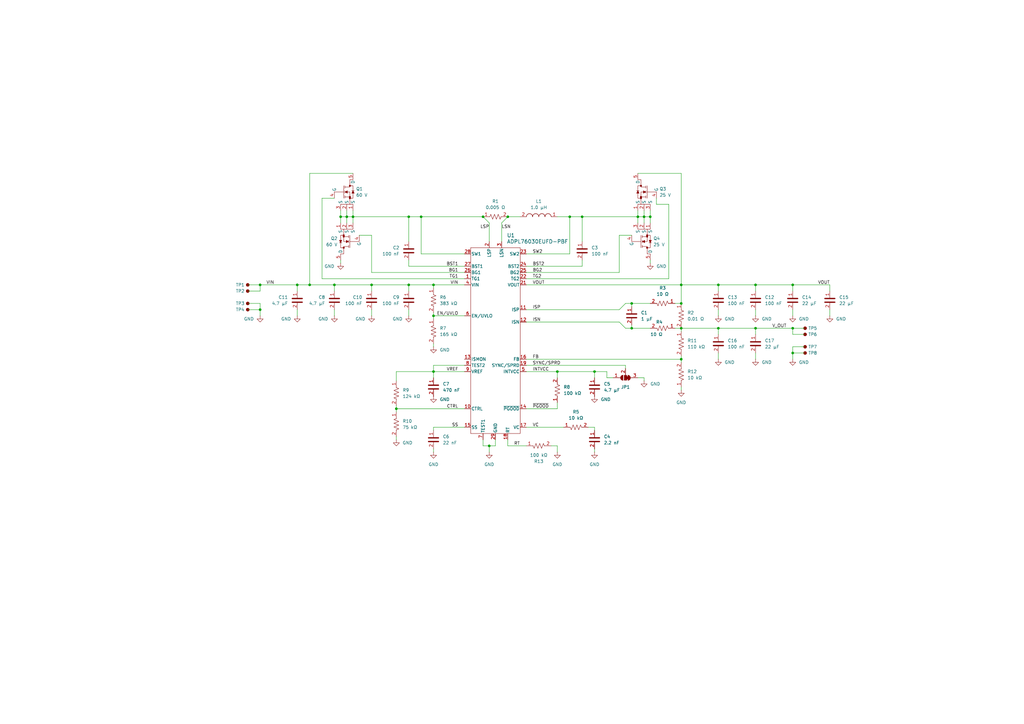
<source format=kicad_sch>
(kicad_sch (version 20250114) (generator "eeschema") (generator_version "9.0")
  (paper "A3")
  (junction (at 238.76 88.9))
  (junction (at 279.4 124.46))
  (junction (at 259.08 134.62))
  (junction (at 294.64 134.62))
  (junction (at 106.68 116.84))
  (junction (at 127 116.84))
  (junction (at 264.16 88.9))
  (junction (at 177.8 152.4))
  (junction (at 233.68 88.9))
  (junction (at 309.88 134.62))
  (junction (at 279.4 147.32))
  (junction (at 177.8 129.54))
  (junction (at 200.66 182.88))
  (junction (at 139.7 88.9))
  (junction (at 261.62 88.9))
  (junction (at 106.68 127))
  (junction (at 152.4 116.84))
  (junction (at 198.12 88.9))
  (junction (at 228.6 152.4))
  (junction (at 279.4 134.62))
  (junction (at 266.7 88.9))
  (junction (at 167.64 116.84))
  (junction (at 142.24 88.9))
  (junction (at 167.64 88.9))
  (junction (at 325.12 144.78))
  (junction (at 121.92 116.84))
  (junction (at 243.84 152.4))
  (junction (at 325.12 116.84))
  (junction (at 137.16 116.84))
  (junction (at 162.56 167.64))
  (junction (at 294.64 116.84))
  (junction (at 259.08 124.46))
  (junction (at 325.12 134.62))
  (junction (at 177.8 116.84))
  (junction (at 172.72 88.9))
  (junction (at 144.78 88.9))
  (junction (at 208.28 88.9))
  (junction (at 279.4 116.84))
  (junction (at 309.88 116.84))
  (wire (pts (xy 261.62 86.36) (xy 261.62 88.9)))
  (wire (pts (xy 325.12 142.24) (xy 325.12 144.78)))
  (wire (pts (xy 233.68 88.9) (xy 233.68 104.14)))
  (wire (pts (xy 233.68 88.9) (xy 238.76 88.9)))
  (wire (pts (xy 340.36 127) (xy 340.36 129.54)))
  (wire (pts (xy 238.76 88.9) (xy 261.62 88.9)))
  (wire (pts (xy 190.5 149.86) (xy 177.8 149.86)))
  (wire (pts (xy 251.46 154.94) (xy 248.92 154.94)))
  (wire (pts (xy 121.92 116.84) (xy 127 116.84)))
  (wire (pts (xy 177.8 184.15) (xy 177.8 185.42)))
  (wire (pts (xy 215.9 104.14) (xy 233.68 104.14)))
  (wire (pts (xy 200.66 99.06) (xy 200.66 91.44)))
  (wire (pts (xy 167.64 109.22) (xy 167.64 106.68)))
  (wire (pts (xy 152.4 96.52) (xy 147.32 96.52)))
  (wire (pts (xy 137.16 127) (xy 137.16 129.54)))
  (wire (pts (xy 177.8 116.84) (xy 190.5 116.84)))
  (wire (pts (xy 172.72 104.14) (xy 190.5 104.14)))
  (wire (pts (xy 279.4 116.84) (xy 279.4 124.46)))
  (wire (pts (xy 162.56 168.91) (xy 162.56 167.64)))
  (wire (pts (xy 127 116.84) (xy 137.16 116.84)))
  (wire (pts (xy 167.64 88.9) (xy 172.72 88.9)))
  (wire (pts (xy 259.08 124.46) (xy 259.08 125.73)))
  (wire (pts (xy 259.08 96.52) (xy 254 96.52)))
  (wire (pts (xy 106.68 116.84) (xy 121.92 116.84)))
  (wire (pts (xy 215.9 116.84) (xy 279.4 116.84)))
  (wire (pts (xy 274.32 83.82) (xy 274.32 114.3)))
  (wire (pts (xy 294.64 137.16) (xy 294.64 134.62)))
  (wire (pts (xy 106.68 116.84) (xy 106.68 119.38)))
  (wire (pts (xy 215.9 114.3) (xy 274.32 114.3)))
  (wire (pts (xy 264.16 88.9) (xy 264.16 91.44)))
  (wire (pts (xy 167.64 109.22) (xy 190.5 109.22)))
  (wire (pts (xy 243.84 175.26) (xy 241.3 175.26)))
  (wire (pts (xy 162.56 179.07) (xy 162.56 180.34)))
  (wire (pts (xy 261.62 91.44) (xy 261.62 88.9)))
  (wire (pts (xy 121.92 127) (xy 121.92 129.54)))
  (wire (pts (xy 243.84 175.26) (xy 243.84 176.53)))
  (wire (pts (xy 215.9 149.86) (xy 256.54 149.86)))
  (wire (pts (xy 137.16 116.84) (xy 152.4 116.84)))
  (wire (pts (xy 259.08 134.62) (xy 266.7 134.62)))
  (wire (pts (xy 279.4 71.12) (xy 279.4 116.84)))
  (wire (pts (xy 200.66 182.88) (xy 200.66 185.42)))
  (wire (pts (xy 172.72 88.9) (xy 172.72 104.14)))
  (wire (pts (xy 177.8 154.94) (xy 177.8 152.4)))
  (wire (pts (xy 215.9 111.76) (xy 254 111.76)))
  (wire (pts (xy 142.24 86.36) (xy 142.24 88.9)))
  (wire (pts (xy 162.56 167.64) (xy 190.5 167.64)))
  (wire (pts (xy 259.08 124.46) (xy 266.7 124.46)))
  (wire (pts (xy 177.8 149.86) (xy 177.8 152.4)))
  (wire (pts (xy 152.4 116.84) (xy 167.64 116.84)))
  (wire (pts (xy 213.36 88.9) (xy 208.28 88.9)))
  (wire (pts (xy 228.6 165.1) (xy 228.6 167.64)))
  (wire (pts (xy 330.2 142.24) (xy 325.12 142.24)))
  (wire (pts (xy 294.64 134.62) (xy 309.88 134.62)))
  (wire (pts (xy 167.64 88.9) (xy 167.64 99.06)))
  (wire (pts (xy 101.6 124.46) (xy 106.68 124.46)))
  (wire (pts (xy 279.4 147.32) (xy 215.9 147.32)))
  (wire (pts (xy 238.76 109.22) (xy 238.76 106.68)))
  (wire (pts (xy 266.7 86.36) (xy 266.7 88.9)))
  (wire (pts (xy 309.88 134.62) (xy 325.12 134.62)))
  (wire (pts (xy 261.62 88.9) (xy 264.16 88.9)))
  (wire (pts (xy 177.8 175.26) (xy 177.8 176.53)))
  (wire (pts (xy 325.12 116.84) (xy 340.36 116.84)))
  (wire (pts (xy 101.6 119.38) (xy 106.68 119.38)))
  (wire (pts (xy 200.66 182.88) (xy 203.2 182.88)))
  (wire (pts (xy 243.84 152.4) (xy 248.92 152.4)))
  (wire (pts (xy 256.54 124.46) (xy 259.08 124.46)))
  (wire (pts (xy 309.88 144.78) (xy 309.88 147.32)))
  (wire (pts (xy 279.4 158.75) (xy 279.4 160.02)))
  (wire (pts (xy 261.62 71.12) (xy 279.4 71.12)))
  (wire (pts (xy 127 71.12) (xy 144.78 71.12)))
  (wire (pts (xy 330.2 137.16) (xy 325.12 137.16)))
  (wire (pts (xy 256.54 151.13) (xy 256.54 149.86)))
  (wire (pts (xy 132.08 81.28) (xy 132.08 114.3)))
  (wire (pts (xy 167.64 127) (xy 167.64 129.54)))
  (wire (pts (xy 177.8 128.27) (xy 177.8 129.54)))
  (wire (pts (xy 177.8 152.4) (xy 190.5 152.4)))
  (wire (pts (xy 106.68 127) (xy 101.6 127)))
  (wire (pts (xy 177.8 116.84) (xy 177.8 118.11)))
  (wire (pts (xy 177.8 129.54) (xy 190.5 129.54)))
  (wire (pts (xy 228.6 182.88) (xy 226.06 182.88)))
  (wire (pts (xy 243.84 184.15) (xy 243.84 185.42)))
  (wire (pts (xy 309.88 119.38) (xy 309.88 116.84)))
  (wire (pts (xy 228.6 88.9) (xy 233.68 88.9)))
  (wire (pts (xy 127 71.12) (xy 127 116.84)))
  (wire (pts (xy 276.86 124.46) (xy 279.4 124.46)))
  (wire (pts (xy 200.66 91.44) (xy 198.12 88.9)))
  (wire (pts (xy 172.72 88.9) (xy 198.12 88.9)))
  (wire (pts (xy 144.78 88.9) (xy 167.64 88.9)))
  (wire (pts (xy 264.16 156.21) (xy 264.16 154.94)))
  (wire (pts (xy 266.7 106.68) (xy 266.7 107.95)))
  (wire (pts (xy 215.9 167.64) (xy 228.6 167.64)))
  (wire (pts (xy 340.36 116.84) (xy 340.36 119.38)))
  (wire (pts (xy 269.24 83.82) (xy 274.32 83.82)))
  (wire (pts (xy 132.08 81.28) (xy 137.16 81.28)))
  (wire (pts (xy 106.68 124.46) (xy 106.68 127)))
  (wire (pts (xy 243.84 154.94) (xy 243.84 152.4)))
  (wire (pts (xy 177.8 129.54) (xy 177.8 130.81)))
  (wire (pts (xy 142.24 88.9) (xy 144.78 88.9)))
  (wire (pts (xy 215.9 127) (xy 254 127)))
  (wire (pts (xy 228.6 152.4) (xy 243.84 152.4)))
  (wire (pts (xy 325.12 147.32) (xy 325.12 144.78)))
  (wire (pts (xy 162.56 152.4) (xy 177.8 152.4)))
  (wire (pts (xy 279.4 147.32) (xy 279.4 148.59)))
  (wire (pts (xy 330.2 134.62) (xy 325.12 134.62)))
  (wire (pts (xy 325.12 144.78) (xy 330.2 144.78)))
  (wire (pts (xy 294.64 127) (xy 294.64 129.54)))
  (wire (pts (xy 121.92 119.38) (xy 121.92 116.84)))
  (wire (pts (xy 144.78 86.36) (xy 144.78 88.9)))
  (wire (pts (xy 228.6 152.4) (xy 228.6 154.94)))
  (wire (pts (xy 152.4 116.84) (xy 152.4 119.38)))
  (wire (pts (xy 162.56 166.37) (xy 162.56 167.64)))
  (wire (pts (xy 139.7 88.9) (xy 139.7 91.44)))
  (wire (pts (xy 139.7 106.68) (xy 139.7 107.95)))
  (wire (pts (xy 198.12 182.88) (xy 200.66 182.88)))
  (wire (pts (xy 294.64 144.78) (xy 294.64 147.32)))
  (wire (pts (xy 101.6 116.84) (xy 106.68 116.84)))
  (wire (pts (xy 203.2 180.34) (xy 203.2 182.88)))
  (wire (pts (xy 139.7 86.36) (xy 139.7 88.9)))
  (wire (pts (xy 259.08 133.35) (xy 259.08 134.62)))
  (wire (pts (xy 228.6 182.88) (xy 228.6 185.42)))
  (wire (pts (xy 325.12 116.84) (xy 325.12 119.38)))
  (wire (pts (xy 215.9 132.08) (xy 254 132.08)))
  (wire (pts (xy 254 96.52) (xy 254 111.76)))
  (wire (pts (xy 309.88 116.84) (xy 325.12 116.84)))
  (wire (pts (xy 309.88 134.62) (xy 309.88 137.16)))
  (wire (pts (xy 215.9 175.26) (xy 231.14 175.26)))
  (wire (pts (xy 142.24 88.9) (xy 142.24 91.44)))
  (wire (pts (xy 167.64 116.84) (xy 177.8 116.84)))
  (wire (pts (xy 106.68 129.54) (xy 106.68 127)))
  (wire (pts (xy 325.12 127) (xy 325.12 129.54)))
  (wire (pts (xy 137.16 116.84) (xy 137.16 119.38)))
  (wire (pts (xy 152.4 111.76) (xy 190.5 111.76)))
  (wire (pts (xy 139.7 88.9) (xy 142.24 88.9)))
  (wire (pts (xy 276.86 134.62) (xy 279.4 134.62)))
  (wire (pts (xy 294.64 116.84) (xy 309.88 116.84)))
  (wire (pts (xy 269.24 81.28) (xy 269.24 83.82)))
  (wire (pts (xy 215.9 182.88) (xy 208.28 182.88)))
  (wire (pts (xy 205.74 99.06) (xy 205.74 91.44)))
  (wire (pts (xy 266.7 91.44) (xy 266.7 88.9)))
  (wire (pts (xy 177.8 175.26) (xy 190.5 175.26)))
  (wire (pts (xy 294.64 116.84) (xy 294.64 119.38)))
  (wire (pts (xy 279.4 134.62) (xy 294.64 134.62)))
  (wire (pts (xy 266.7 88.9) (xy 264.16 88.9)))
  (wire (pts (xy 144.78 88.9) (xy 144.78 91.44)))
  (wire (pts (xy 248.92 154.94) (xy 248.92 152.4)))
  (wire (pts (xy 279.4 134.62) (xy 279.4 135.89)))
  (wire (pts (xy 152.4 127) (xy 152.4 129.54)))
  (wire (pts (xy 238.76 88.9) (xy 238.76 99.06)))
  (wire (pts (xy 256.54 134.62) (xy 259.08 134.62)))
  (wire (pts (xy 254 127) (xy 256.54 124.46)))
  (wire (pts (xy 177.8 140.97) (xy 177.8 142.24)))
  (wire (pts (xy 325.12 134.62) (xy 325.12 137.16)))
  (wire (pts (xy 198.12 180.34) (xy 198.12 182.88)))
  (wire (pts (xy 264.16 86.36) (xy 264.16 88.9)))
  (wire (pts (xy 309.88 127) (xy 309.88 129.54)))
  (wire (pts (xy 167.64 116.84) (xy 167.64 119.38)))
  (wire (pts (xy 279.4 116.84) (xy 294.64 116.84)))
  (wire (pts (xy 215.9 109.22) (xy 238.76 109.22)))
  (wire (pts (xy 205.74 91.44) (xy 208.28 88.9)))
  (wire (pts (xy 279.4 146.05) (xy 279.4 147.32)))
  (wire (pts (xy 132.08 114.3) (xy 190.5 114.3)))
  (wire (pts (xy 264.16 154.94) (xy 261.62 154.94)))
  (wire (pts (xy 215.9 152.4) (xy 228.6 152.4)))
  (wire (pts (xy 254 132.08) (xy 256.54 134.62)))
  (wire (pts (xy 152.4 96.52) (xy 152.4 111.76)))
  (wire (pts (xy 208.28 180.34) (xy 208.28 182.88)))
  (wire (pts (xy 162.56 152.4) (xy 162.56 156.21)))
  (label "VIN" (at 187.96 116.84 180))
  (label "BST1" (at 187.96 109.22 180))
  (label "~{PGOOD}" (at 218.44 167.64 0))
  (label "VOUT" (at 340.36 116.84 180))
  (label "CTRL" (at 187.96 167.64 180))
  (label "SYNC{slash}SPRD" (at 218.44 149.86 0))
  (label "VIN" (at 109.22 116.84 0))
  (label "LSP" (at 200.66 93.98 180))
  (label "LSN" (at 205.74 93.98 0))
  (label "VREF" (at 187.96 152.4 180))
  (label "RT" (at 210.82 182.88 0))
  (label "VOUT" (at 218.44 116.84 0))
  (label "INTVCC" (at 218.44 152.4 0))
  (label "V_OUT" (at 322.58 134.62 180))
  (label "SS" (at 187.96 175.26 180))
  (label "BG2" (at 218.44 111.76 0))
  (label "BST2" (at 218.44 109.22 0))
  (label "FB" (at 218.44 147.32 0))
  (label "EN{slash}UVLO" (at 187.96 129.54 180))
  (label "TG1" (at 187.96 114.3 180))
  (label "SW2" (at 218.44 104.14 0))
  (label "ISN" (at 218.44 132.08 0))
  (label "ISP" (at 218.44 127 0))
  (label "VC" (at 218.44 175.26 0))
  (label "BG1" (at 187.96 111.76 180))
  (label "TG2" (at 218.44 114.3 0))
  (symbol (lib_id "TRANSISTORS_BSZ031NE2LS5ATMA1_DATA_BASE:Q_BSZ031NE2LS5ATMA1") (at 265.43 99.06 270) (mirror x) (unit 1)
    (property "Reference" "Q4" (at 267.97 97.7899 90) (effects (justify left)))
    (property "Value" "25 V" (at 267.97 100.3299 90) (effects (justify left)))
    (property "Footprint" "transistor_footprints:TSDSON-8FL" (effects (hide yes)))
    (property "Datasheet" "https://www.infineon.com/assets/row/public/documents/24/49/infineon-bsz031ne2ls5-datasheet-en.pdf?fileId=5546d4624eeb2bc7014f17a9bb6a75fa" (effects (hide yes)))
    (property "Description" "Transistor 25 V" (effects (hide yes)))
    (property "Collector Current (A)" "-" (effects (hide yes)))
    (property "Drain Current (A)" "80.0" (effects (hide yes)))
    (property "MPN" "BSZ031NE2LS5ATMA1" (effects (hide yes)))
    (property "Manufacturer" "Infineon Technologies" (effects (hide yes)))
    (property "Series" "BSZ031NE2LS5ATMA1" (effects (hide yes)))
    (property "Symbol Name" "Q_BSZ031NE2LS5ATMA1" (effects (hide yes)))
    (property "Transistor Type" "N-Channel" (effects (hide yes)))
    (property "Trustedparts Search" "https://www.trustedparts.com/en/search/BSZ031NE2LS5ATMA1" (effects (hide yes)))
  )
  (symbol (lib_id "RESISTORS_ERJ-2RKF_DATA_BASE:R_ERJ-2RKF1103X") (at 279.4 140.97 270) (unit 1)
    (property "Reference" "R11" (at 281.94 139.6999 90) (effects (justify left)))
    (property "Value" "110 kΩ" (at 281.94 142.2399 90) (effects (justify left)))
    (property "Footprint" "resistor_footprints:R_0402_1005Metric" (effects (hide yes)))
    (property "Datasheet" "https://industrial.panasonic.com/cdbs/www-data/pdf/RDA0000/AOA0000C304.pdf" (effects (hide yes)))
    (property "Description" "RES SMD 110 kΩ 1% 0402 50V" (effects (hide yes)))
    (property "Case Code - in" "0402" (effects (hide yes)))
    (property "Case Code - mm" "1005" (effects (hide yes)))
    (property "Component Type" "Resistor" (effects (hide yes)))
    (property "MPN" "ERJ-2RKF1103X" (effects (hide yes)))
    (property "Manufacturer" "Panasonic" (effects (hide yes)))
    (property "Series" "ERJ-2RKF" (effects (hide yes)))
    (property "Symbol Name" "R_ERJ-2RKF1103X" (effects (hide yes)))
    (property "Temperature Coefficient" "100 ppm/°C" (effects (hide yes)))
    (property "Tolerance" "1%" (effects (hide yes)))
    (property "Trustedparts Search" "https://www.trustedparts.com/en/search/ERJ-2RKF1103X" (effects (hide yes)))
    (property "Voltage Rating" "50V" (effects (hide yes)))
  )
  (symbol (lib_id "CAPACITORS_GCM155R71H_DATA_BASE:C_GCM155R71H104KE02D") (at 309.88 123.19 270) (unit 1)
    (property "Reference" "C12" (at 313.69 121.9199 90) (effects (justify left)))
    (property "Value" "100 nF" (at 313.69 124.4599 90) (effects (justify left)))
    (property "Footprint" "capacitor_footprints:C_0402_1005Metric" (effects (hide yes)))
    (property "Datasheet" "https://search.murata.co.jp/Ceramy/image/img/A01X/G101/ENG/GCM155R71H104KE02-01.pdf" (effects (hide yes)))
    (property "Description" "CAP SMD 100 nF X7R 10% 0402 50V" (effects (hide yes)))
    (property "Capacitor Type" "Ceramic" (effects (hide yes)))
    (property "Case Code - in" "0402" (effects (hide yes)))
    (property "Case Code - mm" "1005" (effects (hide yes)))
    (property "Dielectric" "X7R" (effects (hide yes)))
    (property "MPN" "GCM155R71H104KE02D" (effects (hide yes)))
    (property "Manufacturer" "Murata Electronics" (effects (hide yes)))
    (property "Series" "GCM155R71H" (effects (hide yes)))
    (property "Symbol Name" "C_GCM155R71H104KE02D" (effects (hide yes)))
    (property "Tolerance" "10%" (effects (hide yes)))
    (property "Trustedparts Search" "https://www.trustedparts.com/en/search/GCM155R71H104KE02D" (effects (hide yes)))
    (property "Voltage Rating" "50V" (effects (hide yes)))
  )
  (symbol (lib_id "power:GND") (at 294.64 129.54 0) (unit 1)
    (property "Reference" "#PWR018" (effects (hide yes)))
    (property "Value" "GND" (at 297.18 130.8099 0) (effects (justify left)))
    (property "Description" "Power symbol creates a global label with name \"GND\" , ground" (effects (hide yes)))
  )
  (symbol (lib_id "power:GND") (at 266.7 107.95 0) (mirror y) (unit 1)
    (property "Reference" "#PWR03" (effects (hide yes)))
    (property "Value" "GND" (at 269.24 109.2199 0) (effects (justify right)))
    (property "Description" "Power symbol creates a global label with name \"GND\" , ground" (effects (hide yes)))
  )
  (symbol (lib_id "CAPACITORS_GRM188C71A_DATA_BASE:C_GRM188C71A475KE11D") (at 243.84 158.75 270) (unit 1)
    (property "Reference" "C5" (at 247.65 157.4799 90) (effects (justify left)))
    (property "Value" "4.7 µF" (at 247.65 160.0199 90) (effects (justify left)))
    (property "Footprint" "capacitor_footprints:C_0603_1608Metric" (effects (hide yes)))
    (property "Datasheet" "https://search.murata.co.jp/Ceramy/image/img/A01X/G101/ENG/GRM188C71A475KE11-01.pdf" (effects (hide yes)))
    (property "Description" "CAP SMD 4.7 µF X7S 10% 0603 10V" (effects (hide yes)))
    (property "Capacitor Type" "Ceramic" (effects (hide yes)))
    (property "Case Code - in" "0603" (effects (hide yes)))
    (property "Case Code - mm" "1608" (effects (hide yes)))
    (property "Dielectric" "X7S" (effects (hide yes)))
    (property "MPN" "GRM188C71A475KE11D" (effects (hide yes)))
    (property "Manufacturer" "Murata Electronics" (effects (hide yes)))
    (property "Series" "GRM188C71A" (effects (hide yes)))
    (property "Symbol Name" "C_GRM188C71A475KE11D" (effects (hide yes)))
    (property "Tolerance" "10%" (effects (hide yes)))
    (property "Trustedparts Search" "https://www.trustedparts.com/en/search/GRM188C71A475KE11D" (effects (hide yes)))
    (property "Voltage Rating" "10V" (effects (hide yes)))
  )
  (symbol (lib_id "CAPACITORS_GCM155R71H_DATA_BASE:C_GCM155R71H104KE02D") (at 294.64 123.19 270) (unit 1)
    (property "Reference" "C13" (at 298.45 121.9199 90) (effects (justify left)))
    (property "Value" "100 nF" (at 298.45 124.4599 90) (effects (justify left)))
    (property "Footprint" "capacitor_footprints:C_0402_1005Metric" (effects (hide yes)))
    (property "Datasheet" "https://search.murata.co.jp/Ceramy/image/img/A01X/G101/ENG/GCM155R71H104KE02-01.pdf" (effects (hide yes)))
    (property "Description" "CAP SMD 100 nF X7R 10% 0402 50V" (effects (hide yes)))
    (property "Capacitor Type" "Ceramic" (effects (hide yes)))
    (property "Case Code - in" "0402" (effects (hide yes)))
    (property "Case Code - mm" "1005" (effects (hide yes)))
    (property "Dielectric" "X7R" (effects (hide yes)))
    (property "MPN" "GCM155R71H104KE02D" (effects (hide yes)))
    (property "Manufacturer" "Murata Electronics" (effects (hide yes)))
    (property "Series" "GCM155R71H" (effects (hide yes)))
    (property "Symbol Name" "C_GCM155R71H104KE02D" (effects (hide yes)))
    (property "Tolerance" "10%" (effects (hide yes)))
    (property "Trustedparts Search" "https://www.trustedparts.com/en/search/GCM155R71H104KE02D" (effects (hide yes)))
    (property "Voltage Rating" "50V" (effects (hide yes)))
  )
  (symbol (lib_id "UNITED_TEST_POINTS:TestPoint_Castelated_v2") (at 101.6 116.84 0) (mirror y) (unit 1)
    (property "Reference" "TP1" (at 100.33 116.84 0) (effects (justify left)))
    (property "Value" "TestPoint" (effects (hide yes)))
    (property "Footprint" "test_point_footprints:TestPoint_THTPad_Castelated" (effects (hide yes)))
    (property "Description" "test point" (effects (hide yes)))
  )
  (symbol (lib_id "power:GND") (at 294.64 147.32 0) (unit 1)
    (property "Reference" "#PWR021" (effects (hide yes)))
    (property "Value" "GND" (at 297.18 148.5899 0) (effects (justify left)))
    (property "Description" "Power symbol creates a global label with name \"GND\" , ground" (effects (hide yes)))
  )
  (symbol (lib_id "power:GND") (at 139.7 107.95 0) (unit 1)
    (property "Reference" "#PWR01" (effects (hide yes)))
    (property "Value" "GND" (at 137.16 109.2199 0) (effects (justify right)))
    (property "Description" "Power symbol creates a global label with name \"GND\" , ground" (effects (hide yes)))
  )
  (symbol (lib_id "RESISTORS_ERJ-2RKF_DATA_BASE:R_ERJ-2RKF1003X") (at 220.98 182.88 0) (mirror x) (unit 1)
    (property "Reference" "R13" (at 220.98 189.23 0))
    (property "Value" "100 kΩ" (at 220.98 186.69 0))
    (property "Footprint" "resistor_footprints:R_0402_1005Metric" (effects (hide yes)))
    (property "Datasheet" "https://industrial.panasonic.com/cdbs/www-data/pdf/RDA0000/AOA0000C304.pdf" (effects (hide yes)))
    (property "Description" "RES SMD 100 kΩ 1% 0402 50V" (effects (hide yes)))
    (property "Case Code - in" "0402" (effects (hide yes)))
    (property "Case Code - mm" "1005" (effects (hide yes)))
    (property "Component Type" "Resistor" (effects (hide yes)))
    (property "MPN" "ERJ-2RKF1003X" (effects (hide yes)))
    (property "Manufacturer" "Panasonic" (effects (hide yes)))
    (property "Series" "ERJ-2RKF" (effects (hide yes)))
    (property "Symbol Name" "R_ERJ-2RKF1003X" (effects (hide yes)))
    (property "Temperature Coefficient" "100 ppm/°C" (effects (hide yes)))
    (property "Tolerance" "1%" (effects (hide yes)))
    (property "Trustedparts Search" "https://www.trustedparts.com/en/search/ERJ-2RKF1003X" (effects (hide yes)))
    (property "Voltage Rating" "50V" (effects (hide yes)))
  )
  (symbol (lib_id "UNITED_TEST_POINTS:TestPoint_Castelated_v2") (at 330.2 134.62 0) (unit 1)
    (property "Reference" "TP5" (at 331.47 134.62 0) (effects (justify left)))
    (property "Value" "TestPoint" (effects (hide yes)))
    (property "Footprint" "test_point_footprints:TestPoint_THTPad_Castelated" (effects (hide yes)))
    (property "Description" "test point" (effects (hide yes)))
  )
  (symbol (lib_id "CAPACITORS_CL31B_DATA_BASE:C_CL31B475KBHNNN#") (at 137.16 123.19 90) (mirror x) (unit 1)
    (property "Reference" "C8" (at 133.35 121.9199 90) (effects (justify left)))
    (property "Value" "4.7 µF" (at 133.35 124.4599 90) (effects (justify left)))
    (property "Footprint" "capacitor_footprints:C_1206_3216Metric" (effects (hide yes)))
    (property "Datasheet" "https://weblib.samsungsem.com/mlcc/mlcc-ec-data-sheet.do?partNumber=CL31B475KBHNNN#" (effects (hide yes)))
    (property "Description" "CAP SMD 4.7 µF X7R 10% 1206 50V" (effects (hide yes)))
    (property "Capacitor Type" "Ceramic" (effects (hide yes)))
    (property "Case Code - in" "1206" (effects (hide yes)))
    (property "Case Code - mm" "3216" (effects (hide yes)))
    (property "Dielectric" "X7R" (effects (hide yes)))
    (property "MPN" "CL31B475KBHNNN#" (effects (hide yes)))
    (property "Manufacturer" "Samsung Electro-Mechanics" (effects (hide yes)))
    (property "Series" "CL31B" (effects (hide yes)))
    (property "Symbol Name" "C_CL31B475KBHNNN#" (effects (hide yes)))
    (property "Tolerance" "10%" (effects (hide yes)))
    (property "Trustedparts Search" "https://www.trustedparts.com/en/search/CL31/CL31B475KBHNNN#" (effects (hide yes)))
    (property "Voltage Rating" "50V" (effects (hide yes)))
  )
  (symbol (lib_id "RESISTORS_ERJ-2RKF_DATA_BASE:R_ERJ-2RKF7502X") (at 162.56 173.99 90) (mirror x) (unit 1)
    (property "Reference" "R10" (at 165.1 172.7199 90) (effects (justify right)))
    (property "Value" "75 kΩ" (at 165.1 175.2599 90) (effects (justify right)))
    (property "Footprint" "resistor_footprints:R_0402_1005Metric" (effects (hide yes)))
    (property "Datasheet" "https://industrial.panasonic.com/cdbs/www-data/pdf/RDA0000/AOA0000C304.pdf" (effects (hide yes)))
    (property "Description" "RES SMD 75 kΩ 1% 0402 50V" (effects (hide yes)))
    (property "Case Code - in" "0402" (effects (hide yes)))
    (property "Case Code - mm" "1005" (effects (hide yes)))
    (property "Component Type" "Resistor" (effects (hide yes)))
    (property "MPN" "ERJ-2RKF7502X" (effects (hide yes)))
    (property "Manufacturer" "Panasonic" (effects (hide yes)))
    (property "Series" "ERJ-2RKF" (effects (hide yes)))
    (property "Symbol Name" "R_ERJ-2RKF7502X" (effects (hide yes)))
    (property "Temperature Coefficient" "100 ppm/°C" (effects (hide yes)))
    (property "Tolerance" "1%" (effects (hide yes)))
    (property "Trustedparts Search" "https://www.trustedparts.com/en/search/ERJ-2RKF7502X" (effects (hide yes)))
    (property "Voltage Rating" "50V" (effects (hide yes)))
  )
  (symbol (lib_id "CAPACITORS_GCM155R71H_DATA_BASE:C_GCM155R71H222KA37D") (at 243.84 180.34 270) (unit 1)
    (property "Reference" "C4" (at 247.65 179.0699 90) (effects (justify left)))
    (property "Value" "2.2 nF" (at 247.65 181.6099 90) (effects (justify left)))
    (property "Footprint" "capacitor_footprints:C_0402_1005Metric" (effects (hide yes)))
    (property "Datasheet" "https://search.murata.co.jp/Ceramy/image/img/A01X/G101/ENG/GCM155R71H222KA37-01.pdf" (effects (hide yes)))
    (property "Description" "CAP SMD 2.2 nF X7R 10% 0402 50V" (effects (hide yes)))
    (property "Capacitor Type" "Ceramic" (effects (hide yes)))
    (property "Case Code - in" "0402" (effects (hide yes)))
    (property "Case Code - mm" "1005" (effects (hide yes)))
    (property "Dielectric" "X7R" (effects (hide yes)))
    (property "MPN" "GCM155R71H222KA37D" (effects (hide yes)))
    (property "Manufacturer" "Murata Electronics" (effects (hide yes)))
    (property "Series" "GCM155R71H" (effects (hide yes)))
    (property "Symbol Name" "C_GCM155R71H222KA37D" (effects (hide yes)))
    (property "Tolerance" "10%" (effects (hide yes)))
    (property "Trustedparts Search" "https://www.trustedparts.com/en/search/GCM155R71H222KA37D" (effects (hide yes)))
    (property "Voltage Rating" "50V" (effects (hide yes)))
  )
  (symbol (lib_id "CAPACITORS_C1005X6S1C_DATA_BASE:C_C1005X6S1C105K050BC") (at 259.08 129.54 90) (mirror x) (unit 1)
    (property "Reference" "C1" (at 262.89 128.2699 90) (effects (justify right)))
    (property "Value" "1 µF" (at 262.89 130.8099 90) (effects (justify right)))
    (property "Footprint" "capacitor_footprints:C_0402_1005Metric" (effects (hide yes)))
    (property "Datasheet" "https://product.tdk.com/en/search/capacitor/ceramic/mlcc/info?part_no=C1005X6S1C105K050BC" (effects (hide yes)))
    (property "Description" "CAP SMD 1 µF X7S 10% 0402 16V" (effects (hide yes)))
    (property "Capacitor Type" "Ceramic" (effects (hide yes)))
    (property "Case Code - in" "0402" (effects (hide yes)))
    (property "Case Code - mm" "1005" (effects (hide yes)))
    (property "Dielectric" "X7S" (effects (hide yes)))
    (property "MPN" "C1005X6S1C105K050BC" (effects (hide yes)))
    (property "Manufacturer" "TDK" (effects (hide yes)))
    (property "Series" "C1005X6S1C" (effects (hide yes)))
    (property "Symbol Name" "C_C1005X6S1C105K050BC" (effects (hide yes)))
    (property "Tolerance" "10%" (effects (hide yes)))
    (property "Trustedparts Search" "https://www.trustedparts.com/en/search/C1005X6S1C105K050BC" (effects (hide yes)))
    (property "Voltage Rating" "16V" (effects (hide yes)))
  )
  (symbol (lib_id "power:GND") (at 167.64 129.54 0) (mirror y) (unit 1)
    (property "Reference" "#PWR013" (effects (hide yes)))
    (property "Value" "GND" (at 165.1 130.8099 0) (effects (justify left)))
    (property "Description" "Power symbol creates a global label with name \"GND\" , ground" (effects (hide yes)))
  )
  (symbol (lib_id "power:GND") (at 309.88 147.32 0) (unit 1)
    (property "Reference" "#PWR022" (effects (hide yes)))
    (property "Value" "GND" (at 312.42 148.5899 0) (effects (justify left)))
    (property "Description" "Power symbol creates a global label with name \"GND\" , ground" (effects (hide yes)))
  )
  (symbol (lib_id "TRANSISTORS_BSZ031NE2LS5ATMA1_DATA_BASE:Q_BSZ031NE2LS5ATMA1") (at 262.89 78.74 90) (mirror x) (unit 1)
    (property "Reference" "Q3" (at 270.51 77.4699 90) (effects (justify right)))
    (property "Value" "25 V" (at 270.51 80.0099 90) (effects (justify right)))
    (property "Footprint" "transistor_footprints:TSDSON-8FL" (effects (hide yes)))
    (property "Datasheet" "https://www.infineon.com/assets/row/public/documents/24/49/infineon-bsz031ne2ls5-datasheet-en.pdf?fileId=5546d4624eeb2bc7014f17a9bb6a75fa" (effects (hide yes)))
    (property "Description" "Transistor 25 V" (effects (hide yes)))
    (property "Collector Current (A)" "-" (effects (hide yes)))
    (property "Drain Current (A)" "80.0" (effects (hide yes)))
    (property "MPN" "BSZ031NE2LS5ATMA1" (effects (hide yes)))
    (property "Manufacturer" "Infineon Technologies" (effects (hide yes)))
    (property "Series" "BSZ031NE2LS5ATMA1" (effects (hide yes)))
    (property "Symbol Name" "Q_BSZ031NE2LS5ATMA1" (effects (hide yes)))
    (property "Transistor Type" "N-Channel" (effects (hide yes)))
    (property "Trustedparts Search" "https://www.trustedparts.com/en/search/BSZ031NE2LS5ATMA1" (effects (hide yes)))
  )
  (symbol (lib_id "CAPACITORS_CL31B_DATA_BASE:C_CL31B475KBHNNN#") (at 121.92 123.19 90) (mirror x) (unit 1)
    (property "Reference" "C11" (at 118.11 121.9199 90) (effects (justify left)))
    (property "Value" "4.7 µF" (at 118.11 124.4599 90) (effects (justify left)))
    (property "Footprint" "capacitor_footprints:C_1206_3216Metric" (effects (hide yes)))
    (property "Datasheet" "https://weblib.samsungsem.com/mlcc/mlcc-ec-data-sheet.do?partNumber=CL31B475KBHNNN#" (effects (hide yes)))
    (property "Description" "CAP SMD 4.7 µF X7R 10% 1206 50V" (effects (hide yes)))
    (property "Capacitor Type" "Ceramic" (effects (hide yes)))
    (property "Case Code - in" "1206" (effects (hide yes)))
    (property "Case Code - mm" "3216" (effects (hide yes)))
    (property "Dielectric" "X7R" (effects (hide yes)))
    (property "MPN" "CL31B475KBHNNN#" (effects (hide yes)))
    (property "Manufacturer" "Samsung Electro-Mechanics" (effects (hide yes)))
    (property "Series" "CL31B" (effects (hide yes)))
    (property "Symbol Name" "C_CL31B475KBHNNN#" (effects (hide yes)))
    (property "Tolerance" "10%" (effects (hide yes)))
    (property "Trustedparts Search" "https://www.trustedparts.com/en/search/CL31/CL31B475KBHNNN#" (effects (hide yes)))
    (property "Voltage Rating" "50V" (effects (hide yes)))
  )
  (symbol (lib_id "CAPACITORS_GCM155R71H_DATA_BASE:C_GCM155R71H104KE02D") (at 167.64 123.19 90) (mirror x) (unit 1)
    (property "Reference" "C9" (at 163.83 121.9199 90) (effects (justify left)))
    (property "Value" "100 nF" (at 163.83 124.4599 90) (effects (justify left)))
    (property "Footprint" "capacitor_footprints:C_0402_1005Metric" (effects (hide yes)))
    (property "Datasheet" "https://search.murata.co.jp/Ceramy/image/img/A01X/G101/ENG/GCM155R71H104KE02-01.pdf" (effects (hide yes)))
    (property "Description" "CAP SMD 100 nF X7R 10% 0402 50V" (effects (hide yes)))
    (property "Capacitor Type" "Ceramic" (effects (hide yes)))
    (property "Case Code - in" "0402" (effects (hide yes)))
    (property "Case Code - mm" "1005" (effects (hide yes)))
    (property "Dielectric" "X7R" (effects (hide yes)))
    (property "MPN" "GCM155R71H104KE02D" (effects (hide yes)))
    (property "Manufacturer" "Murata Electronics" (effects (hide yes)))
    (property "Series" "GCM155R71H" (effects (hide yes)))
    (property "Symbol Name" "C_GCM155R71H104KE02D" (effects (hide yes)))
    (property "Tolerance" "10%" (effects (hide yes)))
    (property "Trustedparts Search" "https://www.trustedparts.com/en/search/GCM155R71H104KE02D" (effects (hide yes)))
    (property "Voltage Rating" "50V" (effects (hide yes)))
  )
  (symbol (lib_id "UNITED_TEST_POINTS:TestPoint_Castelated_v2") (at 330.2 142.24 0) (unit 1)
    (property "Reference" "TP7" (at 331.47 142.24 0) (effects (justify left)))
    (property "Value" "TestPoint" (effects (hide yes)))
    (property "Footprint" "test_point_footprints:TestPoint_THTPad_Castelated" (effects (hide yes)))
    (property "Description" "test point" (effects (hide yes)))
  )
  (symbol (lib_id "power:GND") (at 121.92 129.54 0) (mirror y) (unit 1)
    (property "Reference" "#PWR016" (effects (hide yes)))
    (property "Value" "GND" (at 119.38 130.8099 0) (effects (justify left)))
    (property "Description" "Power symbol creates a global label with name \"GND\" , ground" (effects (hide yes)))
  )
  (symbol (lib_id "power:GND") (at 228.6 185.42 0) (unit 1)
    (property "Reference" "#PWR011" (effects (hide yes)))
    (property "Value" "GND" (at 228.6 190.5 0))
    (property "Description" "Power symbol creates a global label with name \"GND\" , ground" (effects (hide yes)))
  )
  (symbol (lib_id "CAPACITORS_GCM155R71H_DATA_BASE:C_GCM155R71H104KE02D") (at 167.64 102.87 90) (mirror x) (unit 1)
    (property "Reference" "C2" (at 163.83 101.5999 90) (effects (justify left)))
    (property "Value" "100 nF" (at 163.83 104.1399 90) (effects (justify left)))
    (property "Footprint" "capacitor_footprints:C_0402_1005Metric" (effects (hide yes)))
    (property "Datasheet" "https://search.murata.co.jp/Ceramy/image/img/A01X/G101/ENG/GCM155R71H104KE02-01.pdf" (effects (hide yes)))
    (property "Description" "CAP SMD 100 nF X7R 10% 0402 50V" (effects (hide yes)))
    (property "Capacitor Type" "Ceramic" (effects (hide yes)))
    (property "Case Code - in" "0402" (effects (hide yes)))
    (property "Case Code - mm" "1005" (effects (hide yes)))
    (property "Dielectric" "X7R" (effects (hide yes)))
    (property "MPN" "GCM155R71H104KE02D" (effects (hide yes)))
    (property "Manufacturer" "Murata Electronics" (effects (hide yes)))
    (property "Series" "GCM155R71H" (effects (hide yes)))
    (property "Symbol Name" "C_GCM155R71H104KE02D" (effects (hide yes)))
    (property "Tolerance" "10%" (effects (hide yes)))
    (property "Trustedparts Search" "https://www.trustedparts.com/en/search/GCM155R71H104KE02D" (effects (hide yes)))
    (property "Voltage Rating" "50V" (effects (hide yes)))
  )
  (symbol (lib_id "UNITED_TEST_POINTS:TestPoint_Castelated_v2") (at 330.2 144.78 0) (unit 1)
    (property "Reference" "TP8" (at 331.47 144.7799 0) (effects (justify left)))
    (property "Value" "TestPoint" (effects (hide yes)))
    (property "Footprint" "test_point_footprints:TestPoint_THTPad_Castelated" (effects (hide yes)))
    (property "Description" "test point" (effects (hide yes)))
  )
  (symbol (lib_id "power:GND") (at 325.12 147.32 0) (unit 1)
    (property "Reference" "#PWR024" (effects (hide yes)))
    (property "Value" "GND" (at 327.66 148.5899 0) (effects (justify left)))
    (property "Description" "Power symbol creates a global label with name \"GND\" , ground" (effects (hide yes)))
  )
  (symbol (lib_id "UNITED_TEST_POINTS:TestPoint_Castelated_v2") (at 101.6 124.46 0) (mirror y) (unit 1)
    (property "Reference" "TP3" (at 100.33 124.46 0) (effects (justify left)))
    (property "Value" "TestPoint" (effects (hide yes)))
    (property "Footprint" "test_point_footprints:TestPoint_THTPad_Castelated" (effects (hide yes)))
    (property "Description" "test point" (effects (hide yes)))
  )
  (symbol (lib_id "power:GND") (at 177.8 185.42 0) (unit 1)
    (property "Reference" "#PWR07" (effects (hide yes)))
    (property "Value" "GND" (at 177.8 190.5 0))
    (property "Description" "Power symbol creates a global label with name \"GND\" , ground" (effects (hide yes)))
  )
  (symbol (lib_id "power:GND") (at 279.4 160.02 0) (unit 1)
    (property "Reference" "#PWR010" (effects (hide yes)))
    (property "Value" "GND" (at 279.4 165.1 0))
    (property "Description" "Power symbol creates a global label with name \"GND\" , ground" (effects (hide yes)))
  )
  (symbol (lib_id "power:GND") (at 325.12 129.54 0) (unit 1)
    (property "Reference" "#PWR019" (effects (hide yes)))
    (property "Value" "GND" (at 327.66 130.8099 0) (effects (justify left)))
    (property "Description" "Power symbol creates a global label with name \"GND\" , ground" (effects (hide yes)))
  )
  (symbol (lib_id "power:GND") (at 152.4 129.54 0) (mirror y) (unit 1)
    (property "Reference" "#PWR014" (effects (hide yes)))
    (property "Value" "GND" (at 149.86 130.8099 0) (effects (justify left)))
    (property "Description" "Power symbol creates a global label with name \"GND\" , ground" (effects (hide yes)))
  )
  (symbol (lib_id "INDUCTORS_74437336_DATA_BASE:L_74437336010") (at 220.98 88.9 0) (mirror y) (unit 1)
    (property "Reference" "L1" (at 220.98 82.55 0))
    (property "Value" "1.0 µH" (at 220.98 85.09 0))
    (property "Footprint" "inductor_footprints:74437336" (effects (hide yes)))
    (property "Datasheet" "https://www.we-online.com/components/products/datasheet/010.pdf" (effects (hide yes)))
    (property "Description" "INDUCTOR SMD 1.0 µH ±20%" (effects (hide yes)))
    (property "MPN" "74437336010" (effects (hide yes)))
    (property "Manufacturer" "Wurth Elektronik" (effects (hide yes)))
    (property "Maximum DC Current (A)" "7.4" (effects (hide yes)))
    (property "Maximum DC Resistance (Ω)" "0.014" (effects (hide yes)))
    (property "Series" "74437336" (effects (hide yes)))
    (property "Symbol Name" "L_74437336010" (effects (hide yes)))
    (property "Tolerance" "±20%" (effects (hide yes)))
    (property "Trustedparts Search" "https://www.trustedparts.com/en/search/74437336010" (effects (hide yes)))
  )
  (symbol (lib_id "power:GND") (at 177.8 162.56 0) (unit 1)
    (property "Reference" "#PWR08" (effects (hide yes)))
    (property "Value" "GND" (at 180.34 163.8299 0) (effects (justify left)))
    (property "Description" "Power symbol creates a global label with name \"GND\" , ground" (effects (hide yes)))
  )
  (symbol (lib_id "RESISTORS_CRF2010-FZ-_DATA_BASE:R_CRF2010-FZ-R010ELF") (at 279.4 129.54 270) (unit 1)
    (property "Reference" "R2" (at 281.94 128.2699 90) (effects (justify left)))
    (property "Value" "0.01 Ω" (at 281.94 130.8099 90) (effects (justify left)))
    (property "Footprint" "resistor_footprints:R_2010_5025Metric" (effects (hide yes)))
    (property "Datasheet" "https://www.bourns.com/docs/product-datasheets/crf.pdf" (effects (hide yes)))
    (property "Description" "RES SMD 0.01 Ω 1% 2010 -" (effects (hide yes)))
    (property "Case Code - in" "2010" (effects (hide yes)))
    (property "Case Code - mm" "5025" (effects (hide yes)))
    (property "Component Type" "Resistor" (effects (hide yes)))
    (property "MPN" "CRF2010-FZ-R010ELF" (effects (hide yes)))
    (property "Manufacturer" "Bourns" (effects (hide yes)))
    (property "Series" "CRF2010-FZ-" (effects (hide yes)))
    (property "Symbol Name" "R_CRF2010-FZ-R010ELF" (effects (hide yes)))
    (property "Temperature Coefficient" "100 ppm/°C" (effects (hide yes)))
    (property "Tolerance" "1%" (effects (hide yes)))
    (property "Trustedparts Search" "https://www.trustedparts.com/en/search/CRF2010-FZ-R010ELF" (effects (hide yes)))
    (property "Voltage Rating" "-" (effects (hide yes)))
  )
  (symbol (lib_id "RESISTORS_ERJ-2RKF_DATA_BASE:R_ERJ-2RKF10R0X") (at 271.78 124.46 0) (mirror y) (unit 1)
    (property "Reference" "R3" (at 271.78 118.11 0))
    (property "Value" "10 Ω" (at 271.78 120.65 0))
    (property "Footprint" "resistor_footprints:R_0402_1005Metric" (effects (hide yes)))
    (property "Datasheet" "https://industrial.panasonic.com/cdbs/www-data/pdf/RDA0000/AOA0000C304.pdf" (effects (hide yes)))
    (property "Description" "RES SMD 10 Ω 1% 0402 50V" (effects (hide yes)))
    (property "Case Code - in" "0402" (effects (hide yes)))
    (property "Case Code - mm" "1005" (effects (hide yes)))
    (property "Component Type" "Resistor" (effects (hide yes)))
    (property "MPN" "ERJ-2RKF10R0X" (effects (hide yes)))
    (property "Manufacturer" "Panasonic" (effects (hide yes)))
    (property "Series" "ERJ-2RKF" (effects (hide yes)))
    (property "Symbol Name" "R_ERJ-2RKF10R0X" (effects (hide yes)))
    (property "Temperature Coefficient" "100 ppm/°C" (effects (hide yes)))
    (property "Tolerance" "1%" (effects (hide yes)))
    (property "Trustedparts Search" "https://www.trustedparts.com/en/search/ERJ-2RKF10R0X" (effects (hide yes)))
    (property "Voltage Rating" "50V" (effects (hide yes)))
  )
  (symbol (lib_id "TRANSISTORS_BSZ065N06LS5ATMA1_DATA_BASE:Q_BSZ065N06LS5ATMA1") (at 140.97 99.06 90) (unit 1)
    (property "Reference" "Q2" (at 138.43 97.7899 90) (effects (justify left)))
    (property "Value" "60 V" (at 138.43 100.3299 90) (effects (justify left)))
    (property "Footprint" "transistor_footprints:TSDSON-8FL" (effects (hide yes)))
    (property "Datasheet" "https://www.infineon.com/assets/row/public/documents/24/49/infineon-bsz065n06ls5-datasheet-en.pdf?fileId=5546d4625696ed760156e55f60164817" (effects (hide yes)))
    (property "Description" "Transistor 60 V" (effects (hide yes)))
    (property "Collector Current (A)" "-" (effects (hide yes)))
    (property "Drain Current (A)" "65.0" (effects (hide yes)))
    (property "MPN" "BSZ065N06LS5ATMA1" (effects (hide yes)))
    (property "Manufacturer" "Infineon Technologies" (effects (hide yes)))
    (property "Series" "BSZ065N06LS5ATMA1" (effects (hide yes)))
    (property "Symbol Name" "Q_BSZ065N06LS5ATMA1" (effects (hide yes)))
    (property "Transistor Type" "N-Channel" (effects (hide yes)))
    (property "Trustedparts Search" "https://www.trustedparts.com/en/search/BSZ065N06LS5ATMA1" (effects (hide yes)))
  )
  (symbol (lib_id "CAPACITORS_GCM155R71H_DATA_BASE:C_GCM155R71H223KA55D") (at 177.8 180.34 90) (mirror x) (unit 1)
    (property "Reference" "C6" (at 181.61 179.0699 90) (effects (justify right)))
    (property "Value" "22 nF" (at 181.61 181.6099 90) (effects (justify right)))
    (property "Footprint" "capacitor_footprints:C_0402_1005Metric" (effects (hide yes)))
    (property "Datasheet" "https://search.murata.co.jp/Ceramy/image/img/A01X/G101/ENG/GCM155R71H223KA55-01.pdf" (effects (hide yes)))
    (property "Description" "CAP SMD 22 nF X7R 10% 0402 50V" (effects (hide yes)))
    (property "Capacitor Type" "Ceramic" (effects (hide yes)))
    (property "Case Code - in" "0402" (effects (hide yes)))
    (property "Case Code - mm" "1005" (effects (hide yes)))
    (property "Dielectric" "X7R" (effects (hide yes)))
    (property "MPN" "GCM155R71H223KA55D" (effects (hide yes)))
    (property "Manufacturer" "Murata Electronics" (effects (hide yes)))
    (property "Series" "GCM155R71H" (effects (hide yes)))
    (property "Symbol Name" "C_GCM155R71H223KA55D" (effects (hide yes)))
    (property "Tolerance" "10%" (effects (hide yes)))
    (property "Trustedparts Search" "https://www.trustedparts.com/en/search/GCM155R71H223KA55D" (effects (hide yes)))
    (property "Voltage Rating" "50V" (effects (hide yes)))
  )
  (symbol (lib_id "power:GND") (at 340.36 129.54 0) (unit 1)
    (property "Reference" "#PWR020" (effects (hide yes)))
    (property "Value" "GND" (at 342.9 130.8099 0) (effects (justify left)))
    (property "Description" "Power symbol creates a global label with name \"GND\" , ground" (effects (hide yes)))
  )
  (symbol (lib_id "UNITED_TEST_POINTS:TestPoint_Castelated_v2") (at 330.2 137.16 0) (unit 1)
    (property "Reference" "TP6" (at 331.47 137.1599 0) (effects (justify left)))
    (property "Value" "TestPoint" (effects (hide yes)))
    (property "Footprint" "test_point_footprints:TestPoint_THTPad_Castelated" (effects (hide yes)))
    (property "Description" "test point" (effects (hide yes)))
  )
  (symbol (lib_id "RESISTORS_CRF2010-FZ-_DATA_BASE:R_CRF2010-FZ-R005ELF") (at 203.2 88.9 0) (unit 1)
    (property "Reference" "R1" (at 203.2 82.55 0))
    (property "Value" "0.005 Ω" (at 203.2 85.09 0))
    (property "Footprint" "resistor_footprints:R_2010_5025Metric" (effects (hide yes)))
    (property "Datasheet" "https://www.bourns.com/docs/product-datasheets/crf.pdf" (effects (hide yes)))
    (property "Description" "RES SMD 0.005 Ω 1% 2010 -" (effects (hide yes)))
    (property "Case Code - in" "2010" (effects (hide yes)))
    (property "Case Code - mm" "5025" (effects (hide yes)))
    (property "Component Type" "Resistor" (effects (hide yes)))
    (property "MPN" "CRF2010-FZ-R005ELF" (effects (hide yes)))
    (property "Manufacturer" "Bourns" (effects (hide yes)))
    (property "Series" "CRF2010-FZ-" (effects (hide yes)))
    (property "Symbol Name" "R_CRF2010-FZ-R005ELF" (effects (hide yes)))
    (property "Temperature Coefficient" "100 ppm/°C" (effects (hide yes)))
    (property "Tolerance" "1%" (effects (hide yes)))
    (property "Trustedparts Search" "https://www.trustedparts.com/en/search/CRF2010-FZ-R005ELF" (effects (hide yes)))
    (property "Voltage Rating" "-" (effects (hide yes)))
  )
  (symbol (lib_id "RESISTORS_ERJ-2RKF_DATA_BASE:R_ERJ-2RKF1653X") (at 177.8 135.89 90) (mirror x) (unit 1)
    (property "Reference" "R7" (at 180.34 134.6199 90) (effects (justify right)))
    (property "Value" "165 kΩ" (at 180.34 137.1599 90) (effects (justify right)))
    (property "Footprint" "resistor_footprints:R_0402_1005Metric" (effects (hide yes)))
    (property "Datasheet" "https://industrial.panasonic.com/cdbs/www-data/pdf/RDA0000/AOA0000C304.pdf" (effects (hide yes)))
    (property "Description" "RES SMD 165 kΩ 1% 0402 50V" (effects (hide yes)))
    (property "Case Code - in" "0402" (effects (hide yes)))
    (property "Case Code - mm" "1005" (effects (hide yes)))
    (property "Component Type" "Resistor" (effects (hide yes)))
    (property "MPN" "ERJ-2RKF1653X" (effects (hide yes)))
    (property "Manufacturer" "Panasonic" (effects (hide yes)))
    (property "Series" "ERJ-2RKF" (effects (hide yes)))
    (property "Symbol Name" "R_ERJ-2RKF1653X" (effects (hide yes)))
    (property "Temperature Coefficient" "100 ppm/°C" (effects (hide yes)))
    (property "Tolerance" "1%" (effects (hide yes)))
    (property "Trustedparts Search" "https://www.trustedparts.com/en/search/ERJ-2RKF1653X" (effects (hide yes)))
    (property "Voltage Rating" "50V" (effects (hide yes)))
  )
  (symbol (lib_id "CAPACITORS_CL31A_DATA_BASE:C_CL31A226KAHNNNE") (at 309.88 140.97 270) (unit 1)
    (property "Reference" "C17" (at 313.69 139.6999 90) (effects (justify left)))
    (property "Value" "22 µF" (at 313.69 142.2399 90) (effects (justify left)))
    (property "Footprint" "capacitor_footprints:C_1206_3216Metric" (effects (hide yes)))
    (property "Datasheet" "https://weblib.samsungsem.com/mlcc/mlcc-ec-data-sheet.do?partNumber=CL31A226KAHNNNE" (effects (hide yes)))
    (property "Description" "CAP SMD 22 µF X5R 10% 1206 25V" (effects (hide yes)))
    (property "Capacitor Type" "Ceramic" (effects (hide yes)))
    (property "Case Code - in" "1206" (effects (hide yes)))
    (property "Case Code - mm" "3216" (effects (hide yes)))
    (property "Dielectric" "X5R" (effects (hide yes)))
    (property "MPN" "CL31A226KAHNNNE" (effects (hide yes)))
    (property "Manufacturer" "Samsung Electro-Mechanics" (effects (hide yes)))
    (property "Series" "CL31A" (effects (hide yes)))
    (property "Symbol Name" "C_CL31A226KAHNNNE" (effects (hide yes)))
    (property "Tolerance" "10%" (effects (hide yes)))
    (property "Trustedparts Search" "https://www.trustedparts.com/en/search/CL31/CL31A226KAHNNNE" (effects (hide yes)))
    (property "Voltage Rating" "25V" (effects (hide yes)))
  )
  (symbol (lib_id "power:GND") (at 177.8 142.24 0) (unit 1)
    (property "Reference" "#PWR05" (effects (hide yes)))
    (property "Value" "GND" (at 180.34 143.5099 0) (effects (justify left)))
    (property "Description" "Power symbol creates a global label with name \"GND\" , ground" (effects (hide yes)))
  )
  (symbol (lib_id "RESISTORS_ERJ-2RKF_DATA_BASE:R_ERJ-2RKF1003X") (at 228.6 160.02 90) (unit 1)
    (property "Reference" "R8" (at 231.14 158.7499 90) (effects (justify right)))
    (property "Value" "100 kΩ" (at 231.14 161.2899 90) (effects (justify right)))
    (property "Footprint" "resistor_footprints:R_0402_1005Metric" (effects (hide yes)))
    (property "Datasheet" "https://industrial.panasonic.com/cdbs/www-data/pdf/RDA0000/AOA0000C304.pdf" (effects (hide yes)))
    (property "Description" "RES SMD 100 kΩ 1% 0402 50V" (effects (hide yes)))
    (property "Case Code - in" "0402" (effects (hide yes)))
    (property "Case Code - mm" "1005" (effects (hide yes)))
    (property "Component Type" "Resistor" (effects (hide yes)))
    (property "MPN" "ERJ-2RKF1003X" (effects (hide yes)))
    (property "Manufacturer" "Panasonic" (effects (hide yes)))
    (property "Series" "ERJ-2RKF" (effects (hide yes)))
    (property "Symbol Name" "R_ERJ-2RKF1003X" (effects (hide yes)))
    (property "Temperature Coefficient" "100 ppm/°C" (effects (hide yes)))
    (property "Tolerance" "1%" (effects (hide yes)))
    (property "Trustedparts Search" "https://www.trustedparts.com/en/search/ERJ-2RKF1003X" (effects (hide yes)))
    (property "Voltage Rating" "50V" (effects (hide yes)))
  )
  (symbol (lib_id "CAPACITORS_GCM155C71A_DATA_BASE:C_GCM155C71A474KE36D") (at 177.8 158.75 270) (unit 1)
    (property "Reference" "C7" (at 181.61 157.4799 90) (effects (justify left)))
    (property "Value" "470 nF" (at 181.61 160.0199 90) (effects (justify left)))
    (property "Footprint" "capacitor_footprints:C_0402_1005Metric" (effects (hide yes)))
    (property "Datasheet" "https://search.murata.co.jp/Ceramy/image/img/A01X/G101/ENG/GCM155C71A474KE36-01.pdf" (effects (hide yes)))
    (property "Description" "CAP SMD 470 nF X7S 10% 0402 10V" (effects (hide yes)))
    (property "Capacitor Type" "Ceramic" (effects (hide yes)))
    (property "Case Code - in" "0402" (effects (hide yes)))
    (property "Case Code - mm" "1005" (effects (hide yes)))
    (property "Dielectric" "X7S" (effects (hide yes)))
    (property "MPN" "GCM155C71A474KE36D" (effects (hide yes)))
    (property "Manufacturer" "Murata Electronics" (effects (hide yes)))
    (property "Series" "GCM155C71A" (effects (hide yes)))
    (property "Symbol Name" "C_GCM155C71A474KE36D" (effects (hide yes)))
    (property "Tolerance" "10%" (effects (hide yes)))
    (property "Trustedparts Search" "https://www.trustedparts.com/en/search/GCM155C71A474KE36D" (effects (hide yes)))
    (property "Voltage Rating" "10V" (effects (hide yes)))
  )
  (symbol (lib_id "UNITED_TEST_POINTS:TestPoint_Castelated_v2") (at 101.6 119.38 0) (mirror y) (unit 1)
    (property "Reference" "TP2" (at 100.33 119.3799 0) (effects (justify left)))
    (property "Value" "TestPoint" (effects (hide yes)))
    (property "Footprint" "test_point_footprints:TestPoint_THTPad_Castelated" (effects (hide yes)))
    (property "Description" "test point" (effects (hide yes)))
  )
  (symbol (lib_id "CAPACITORS_GCM155R71H_DATA_BASE:C_GCM155R71H104KE02D") (at 294.64 140.97 270) (unit 1)
    (property "Reference" "C16" (at 298.45 139.6999 90) (effects (justify left)))
    (property "Value" "100 nF" (at 298.45 142.2399 90) (effects (justify left)))
    (property "Footprint" "capacitor_footprints:C_0402_1005Metric" (effects (hide yes)))
    (property "Datasheet" "https://search.murata.co.jp/Ceramy/image/img/A01X/G101/ENG/GCM155R71H104KE02-01.pdf" (effects (hide yes)))
    (property "Description" "CAP SMD 100 nF X7R 10% 0402 50V" (effects (hide yes)))
    (property "Capacitor Type" "Ceramic" (effects (hide yes)))
    (property "Case Code - in" "0402" (effects (hide yes)))
    (property "Case Code - mm" "1005" (effects (hide yes)))
    (property "Dielectric" "X7R" (effects (hide yes)))
    (property "MPN" "GCM155R71H104KE02D" (effects (hide yes)))
    (property "Manufacturer" "Murata Electronics" (effects (hide yes)))
    (property "Series" "GCM155R71H" (effects (hide yes)))
    (property "Symbol Name" "C_GCM155R71H104KE02D" (effects (hide yes)))
    (property "Tolerance" "10%" (effects (hide yes)))
    (property "Trustedparts Search" "https://www.trustedparts.com/en/search/GCM155R71H104KE02D" (effects (hide yes)))
    (property "Voltage Rating" "50V" (effects (hide yes)))
  )
  (symbol (lib_id "CAPACITORS_GCM155R71H_DATA_BASE:C_GCM155R71H104KE02D") (at 238.76 102.87 270) (unit 1)
    (property "Reference" "C3" (at 242.57 101.5999 90) (effects (justify left)))
    (property "Value" "100 nF" (at 242.57 104.1399 90) (effects (justify left)))
    (property "Footprint" "capacitor_footprints:C_0402_1005Metric" (effects (hide yes)))
    (property "Datasheet" "https://search.murata.co.jp/Ceramy/image/img/A01X/G101/ENG/GCM155R71H104KE02-01.pdf" (effects (hide yes)))
    (property "Description" "CAP SMD 100 nF X7R 10% 0402 50V" (effects (hide yes)))
    (property "Capacitor Type" "Ceramic" (effects (hide yes)))
    (property "Case Code - in" "0402" (effects (hide yes)))
    (property "Case Code - mm" "1005" (effects (hide yes)))
    (property "Dielectric" "X7R" (effects (hide yes)))
    (property "MPN" "GCM155R71H104KE02D" (effects (hide yes)))
    (property "Manufacturer" "Murata Electronics" (effects (hide yes)))
    (property "Series" "GCM155R71H" (effects (hide yes)))
    (property "Symbol Name" "C_GCM155R71H104KE02D" (effects (hide yes)))
    (property "Tolerance" "10%" (effects (hide yes)))
    (property "Trustedparts Search" "https://www.trustedparts.com/en/search/GCM155R71H104KE02D" (effects (hide yes)))
    (property "Voltage Rating" "50V" (effects (hide yes)))
  )
  (symbol (lib_id "power:GND") (at 200.66 185.42 0) (unit 1)
    (property "Reference" "#PWR02" (effects (hide yes)))
    (property "Value" "GND" (at 200.66 190.5 0))
    (property "Description" "Power symbol creates a global label with name \"GND\" , ground" (effects (hide yes)))
  )
  (symbol (lib_id "power:GND") (at 137.16 129.54 0) (mirror y) (unit 1)
    (property "Reference" "#PWR015" (effects (hide yes)))
    (property "Value" "GND" (at 134.62 130.8099 0) (effects (justify left)))
    (property "Description" "Power symbol creates a global label with name \"GND\" , ground" (effects (hide yes)))
  )
  (symbol (lib_id "UNITED_TEST_POINTS:TestPoint_Castelated_v2") (at 101.6 127 0) (mirror y) (unit 1)
    (property "Reference" "TP4" (at 100.33 126.9999 0) (effects (justify left)))
    (property "Value" "TestPoint" (effects (hide yes)))
    (property "Footprint" "test_point_footprints:TestPoint_THTPad_Castelated" (effects (hide yes)))
    (property "Description" "test point" (effects (hide yes)))
  )
  (symbol (lib_id "UNITED_SOLDER_JUMPERS:SolderJumper_3_Bridged_2_3") (at 256.54 154.94 0) (mirror x) (unit 1)
    (property "Reference" "JP1" (at 256.54 158.75 0))
    (property "Value" "SolderJumper_3_Open" (effects (hide yes)))
    (property "Footprint" "solder_jumper_footprints:SolderJumper-3_P1.3mm_Bridged_2_3_RoundedPad1.0x1.5mm_NumberLabels_1" (effects (hide yes)))
    (property "Description" "Solder Jumper, 3-pole, open" (effects (hide yes)))
  )
  (symbol (lib_id "RESISTORS_ERJ-2RKF_DATA_BASE:R_ERJ-2RKF10R0X") (at 271.78 134.62 0) (mirror y) (unit 1)
    (property "Reference" "R4" (at 271.78 132.08 0) (effects (justify left)))
    (property "Value" "10 Ω" (at 271.78 137.16 0) (effects (justify left)))
    (property "Footprint" "resistor_footprints:R_0402_1005Metric" (effects (hide yes)))
    (property "Datasheet" "https://industrial.panasonic.com/cdbs/www-data/pdf/RDA0000/AOA0000C304.pdf" (effects (hide yes)))
    (property "Description" "RES SMD 10 Ω 1% 0402 50V" (effects (hide yes)))
    (property "Case Code - in" "0402" (effects (hide yes)))
    (property "Case Code - mm" "1005" (effects (hide yes)))
    (property "Component Type" "Resistor" (effects (hide yes)))
    (property "MPN" "ERJ-2RKF10R0X" (effects (hide yes)))
    (property "Manufacturer" "Panasonic" (effects (hide yes)))
    (property "Series" "ERJ-2RKF" (effects (hide yes)))
    (property "Symbol Name" "R_ERJ-2RKF10R0X" (effects (hide yes)))
    (property "Temperature Coefficient" "100 ppm/°C" (effects (hide yes)))
    (property "Tolerance" "1%" (effects (hide yes)))
    (property "Trustedparts Search" "https://www.trustedparts.com/en/search/ERJ-2RKF10R0X" (effects (hide yes)))
    (property "Voltage Rating" "50V" (effects (hide yes)))
  )
  (symbol (lib_id "power:GND") (at 243.84 162.56 0) (unit 1)
    (property "Reference" "#PWR06" (effects (hide yes)))
    (property "Value" "GND" (at 246.38 163.8299 0) (effects (justify left)))
    (property "Description" "Power symbol creates a global label with name \"GND\" , ground" (effects (hide yes)))
  )
  (symbol (lib_id "power:GND") (at 162.56 180.34 0) (mirror y) (unit 1)
    (property "Reference" "#PWR09" (effects (hide yes)))
    (property "Value" "GND" (at 165.1 181.6099 0) (effects (justify right)))
    (property "Description" "Power symbol creates a global label with name \"GND\" , ground" (effects (hide yes)))
  )
  (symbol (lib_id "RESISTORS_ERJ-2RKF_DATA_BASE:R_ERJ-2RKF1002X") (at 236.22 175.26 0) (mirror x) (unit 1)
    (property "Reference" "R5" (at 236.22 168.91 0))
    (property "Value" "10 kΩ" (at 236.22 171.45 0))
    (property "Footprint" "resistor_footprints:R_0402_1005Metric" (effects (hide yes)))
    (property "Datasheet" "https://industrial.panasonic.com/cdbs/www-data/pdf/RDA0000/AOA0000C304.pdf" (effects (hide yes)))
    (property "Description" "RES SMD 10 kΩ 1% 0402 50V" (effects (hide yes)))
    (property "Case Code - in" "0402" (effects (hide yes)))
    (property "Case Code - mm" "1005" (effects (hide yes)))
    (property "Component Type" "Resistor" (effects (hide yes)))
    (property "MPN" "ERJ-2RKF1002X" (effects (hide yes)))
    (property "Manufacturer" "Panasonic" (effects (hide yes)))
    (property "Series" "ERJ-2RKF" (effects (hide yes)))
    (property "Symbol Name" "R_ERJ-2RKF1002X" (effects (hide yes)))
    (property "Temperature Coefficient" "100 ppm/°C" (effects (hide yes)))
    (property "Tolerance" "1%" (effects (hide yes)))
    (property "Trustedparts Search" "https://www.trustedparts.com/en/search/ERJ-2RKF1002X" (effects (hide yes)))
    (property "Voltage Rating" "50V" (effects (hide yes)))
  )
  (symbol (lib_id "RESISTORS_ERJ-2RKF_DATA_BASE:R_ERJ-2RKF1002X") (at 279.4 153.67 270) (mirror x) (unit 1)
    (property "Reference" "R12" (at 281.94 152.3999 90) (effects (justify left)))
    (property "Value" "10 kΩ" (at 281.94 154.9399 90) (effects (justify left)))
    (property "Footprint" "resistor_footprints:R_0402_1005Metric" (effects (hide yes)))
    (property "Datasheet" "https://industrial.panasonic.com/cdbs/www-data/pdf/RDA0000/AOA0000C304.pdf" (effects (hide yes)))
    (property "Description" "RES SMD 10 kΩ 1% 0402 50V" (effects (hide yes)))
    (property "Case Code - in" "0402" (effects (hide yes)))
    (property "Case Code - mm" "1005" (effects (hide yes)))
    (property "Component Type" "Resistor" (effects (hide yes)))
    (property "MPN" "ERJ-2RKF1002X" (effects (hide yes)))
    (property "Manufacturer" "Panasonic" (effects (hide yes)))
    (property "Series" "ERJ-2RKF" (effects (hide yes)))
    (property "Symbol Name" "R_ERJ-2RKF1002X" (effects (hide yes)))
    (property "Temperature Coefficient" "100 ppm/°C" (effects (hide yes)))
    (property "Tolerance" "1%" (effects (hide yes)))
    (property "Trustedparts Search" "https://www.trustedparts.com/en/search/ERJ-2RKF1002X" (effects (hide yes)))
    (property "Voltage Rating" "50V" (effects (hide yes)))
  )
  (symbol (lib_id "RESISTORS_ERJ-2RKF_DATA_BASE:R_ERJ-2RKF1243X") (at 162.56 161.29 270) (unit 1)
    (property "Reference" "R9" (at 165.1 160.0199 90) (effects (justify left)))
    (property "Value" "124 kΩ" (at 165.1 162.5599 90) (effects (justify left)))
    (property "Footprint" "resistor_footprints:R_0402_1005Metric" (effects (hide yes)))
    (property "Datasheet" "https://industrial.panasonic.com/cdbs/www-data/pdf/RDA0000/AOA0000C304.pdf" (effects (hide yes)))
    (property "Description" "RES SMD 124 kΩ 1% 0402 50V" (effects (hide yes)))
    (property "Case Code - in" "0402" (effects (hide yes)))
    (property "Case Code - mm" "1005" (effects (hide yes)))
    (property "Component Type" "Resistor" (effects (hide yes)))
    (property "MPN" "ERJ-2RKF1243X" (effects (hide yes)))
    (property "Manufacturer" "Panasonic" (effects (hide yes)))
    (property "Series" "ERJ-2RKF" (effects (hide yes)))
    (property "Symbol Name" "R_ERJ-2RKF1243X" (effects (hide yes)))
    (property "Temperature Coefficient" "100 ppm/°C" (effects (hide yes)))
    (property "Tolerance" "1%" (effects (hide yes)))
    (property "Trustedparts Search" "https://www.trustedparts.com/en/search/ERJ-2RKF1243X" (effects (hide yes)))
    (property "Voltage Rating" "50V" (effects (hide yes)))
  )
  (symbol (lib_id "UNITED_IC_ADI:U_ADPL76030EUFD-PBF") (at 203.2 139.7 0) (unit 1)
    (property "Reference" "U1" (at 207.8833 96.52 0) (effects (font (size 1.524 1.524)) (justify left)))
    (property "Value" "ADPL76030EUFD-PBF" (at 207.8833 99.06 0) (effects (font (size 1.524 1.524)) (justify left)))
    (property "Footprint" "analog_devices_footprints:UFD_05-08-1712_ADI" (effects (hide yes)))
    (property "Datasheet" "https://www.analog.com/media/en/technical-documentation/data-sheets/adpl76030.pdf" (effects (hide yes)))
    (property "Description" "55 V, 1.4 MHz Synchronous 4-Switch Buck-Boost Controller with Spread Spectrum" (effects (hide yes)))
    (property "MPN" "ADPL76030EUFD-PBF" (effects (hide yes)))
  )
  (symbol (lib_id "CAPACITORS_CL31A_DATA_BASE:C_CL31A226KAHNNNE") (at 325.12 123.19 270) (unit 1)
    (property "Reference" "C14" (at 328.93 121.9199 90) (effects (justify left)))
    (property "Value" "22 µF" (at 328.93 124.4599 90) (effects (justify left)))
    (property "Footprint" "capacitor_footprints:C_1206_3216Metric" (effects (hide yes)))
    (property "Datasheet" "https://weblib.samsungsem.com/mlcc/mlcc-ec-data-sheet.do?partNumber=CL31A226KAHNNNE" (effects (hide yes)))
    (property "Description" "CAP SMD 22 µF X5R 10% 1206 25V" (effects (hide yes)))
    (property "Capacitor Type" "Ceramic" (effects (hide yes)))
    (property "Case Code - in" "1206" (effects (hide yes)))
    (property "Case Code - mm" "3216" (effects (hide yes)))
    (property "Dielectric" "X5R" (effects (hide yes)))
    (property "MPN" "CL31A226KAHNNNE" (effects (hide yes)))
    (property "Manufacturer" "Samsung Electro-Mechanics" (effects (hide yes)))
    (property "Series" "CL31A" (effects (hide yes)))
    (property "Symbol Name" "C_CL31A226KAHNNNE" (effects (hide yes)))
    (property "Tolerance" "10%" (effects (hide yes)))
    (property "Trustedparts Search" "https://www.trustedparts.com/en/search/CL31/CL31A226KAHNNNE" (effects (hide yes)))
    (property "Voltage Rating" "25V" (effects (hide yes)))
  )
  (symbol (lib_id "power:GND") (at 264.16 156.21 0) (unit 1)
    (property "Reference" "#PWR012" (effects (hide yes)))
    (property "Value" "GND" (at 266.7 157.4799 0) (effects (justify left)))
    (property "Description" "Power symbol creates a global label with name \"GND\" , ground" (effects (hide yes)))
  )
  (symbol (lib_id "power:GND") (at 309.88 129.54 0) (unit 1)
    (property "Reference" "#PWR017" (effects (hide yes)))
    (property "Value" "GND" (at 312.42 130.8099 0) (effects (justify left)))
    (property "Description" "Power symbol creates a global label with name \"GND\" , ground" (effects (hide yes)))
  )
  (symbol (lib_id "RESISTORS_ERJ-2RKF_DATA_BASE:R_ERJ-2RKF3833X") (at 177.8 123.19 270) (unit 1)
    (property "Reference" "R6" (at 180.34 121.9199 90) (effects (justify left)))
    (property "Value" "383 kΩ" (at 180.34 124.4599 90) (effects (justify left)))
    (property "Footprint" "resistor_footprints:R_0402_1005Metric" (effects (hide yes)))
    (property "Datasheet" "https://industrial.panasonic.com/cdbs/www-data/pdf/RDA0000/AOA0000C304.pdf" (effects (hide yes)))
    (property "Description" "RES SMD 383 kΩ 1% 0402 50V" (effects (hide yes)))
    (property "Case Code - in" "0402" (effects (hide yes)))
    (property "Case Code - mm" "1005" (effects (hide yes)))
    (property "Component Type" "Resistor" (effects (hide yes)))
    (property "MPN" "ERJ-2RKF3833X" (effects (hide yes)))
    (property "Manufacturer" "Panasonic" (effects (hide yes)))
    (property "Series" "ERJ-2RKF" (effects (hide yes)))
    (property "Symbol Name" "R_ERJ-2RKF3833X" (effects (hide yes)))
    (property "Temperature Coefficient" "100 ppm/°C" (effects (hide yes)))
    (property "Tolerance" "1%" (effects (hide yes)))
    (property "Trustedparts Search" "https://www.trustedparts.com/en/search/ERJ-2RKF3833X" (effects (hide yes)))
    (property "Voltage Rating" "50V" (effects (hide yes)))
  )
  (symbol (lib_id "CAPACITORS_CL31A_DATA_BASE:C_CL31A226KAHNNNE") (at 340.36 123.19 270) (unit 1)
    (property "Reference" "C15" (at 344.17 121.9199 90) (effects (justify left)))
    (property "Value" "22 µF" (at 344.17 124.4599 90) (effects (justify left)))
    (property "Footprint" "capacitor_footprints:C_1206_3216Metric" (effects (hide yes)))
    (property "Datasheet" "https://weblib.samsungsem.com/mlcc/mlcc-ec-data-sheet.do?partNumber=CL31A226KAHNNNE" (effects (hide yes)))
    (property "Description" "CAP SMD 22 µF X5R 10% 1206 25V" (effects (hide yes)))
    (property "Capacitor Type" "Ceramic" (effects (hide yes)))
    (property "Case Code - in" "1206" (effects (hide yes)))
    (property "Case Code - mm" "3216" (effects (hide yes)))
    (property "Dielectric" "X5R" (effects (hide yes)))
    (property "MPN" "CL31A226KAHNNNE" (effects (hide yes)))
    (property "Manufacturer" "Samsung Electro-Mechanics" (effects (hide yes)))
    (property "Series" "CL31A" (effects (hide yes)))
    (property "Symbol Name" "C_CL31A226KAHNNNE" (effects (hide yes)))
    (property "Tolerance" "10%" (effects (hide yes)))
    (property "Trustedparts Search" "https://www.trustedparts.com/en/search/CL31/CL31A226KAHNNNE" (effects (hide yes)))
    (property "Voltage Rating" "25V" (effects (hide yes)))
  )
  (symbol (lib_id "CAPACITORS_GCM155R71H_DATA_BASE:C_GCM155R71H104KE02D") (at 152.4 123.19 90) (mirror x) (unit 1)
    (property "Reference" "C10" (at 148.59 121.9199 90) (effects (justify left)))
    (property "Value" "100 nF" (at 148.59 124.4599 90) (effects (justify left)))
    (property "Footprint" "capacitor_footprints:C_0402_1005Metric" (effects (hide yes)))
    (property "Datasheet" "https://search.murata.co.jp/Ceramy/image/img/A01X/G101/ENG/GCM155R71H104KE02-01.pdf" (effects (hide yes)))
    (property "Description" "CAP SMD 100 nF X7R 10% 0402 50V" (effects (hide yes)))
    (property "Capacitor Type" "Ceramic" (effects (hide yes)))
    (property "Case Code - in" "0402" (effects (hide yes)))
    (property "Case Code - mm" "1005" (effects (hide yes)))
    (property "Dielectric" "X7R" (effects (hide yes)))
    (property "MPN" "GCM155R71H104KE02D" (effects (hide yes)))
    (property "Manufacturer" "Murata Electronics" (effects (hide yes)))
    (property "Series" "GCM155R71H" (effects (hide yes)))
    (property "Symbol Name" "C_GCM155R71H104KE02D" (effects (hide yes)))
    (property "Tolerance" "10%" (effects (hide yes)))
    (property "Trustedparts Search" "https://www.trustedparts.com/en/search/GCM155R71H104KE02D" (effects (hide yes)))
    (property "Voltage Rating" "50V" (effects (hide yes)))
  )
  (symbol (lib_id "power:GND") (at 243.84 185.42 0) (unit 1)
    (property "Reference" "#PWR04" (effects (hide yes)))
    (property "Value" "GND" (at 243.84 190.5 0))
    (property "Description" "Power symbol creates a global label with name \"GND\" , ground" (effects (hide yes)))
  )
  (symbol (lib_id "TRANSISTORS_BSZ065N06LS5ATMA1_DATA_BASE:Q_BSZ065N06LS5ATMA1") (at 143.51 78.74 270) (unit 1)
    (property "Reference" "Q1" (at 146.05 77.4699 90) (effects (justify left)))
    (property "Value" "60 V" (at 146.05 80.0099 90) (effects (justify left)))
    (property "Footprint" "transistor_footprints:TSDSON-8FL" (effects (hide yes)))
    (property "Datasheet" "https://www.infineon.com/assets/row/public/documents/24/49/infineon-bsz065n06ls5-datasheet-en.pdf?fileId=5546d4625696ed760156e55f60164817" (effects (hide yes)))
    (property "Description" "Transistor 60 V" (effects (hide yes)))
    (property "Collector Current (A)" "-" (effects (hide yes)))
    (property "Drain Current (A)" "65.0" (effects (hide yes)))
    (property "MPN" "BSZ065N06LS5ATMA1" (effects (hide yes)))
    (property "Manufacturer" "Infineon Technologies" (effects (hide yes)))
    (property "Series" "BSZ065N06LS5ATMA1" (effects (hide yes)))
    (property "Symbol Name" "Q_BSZ065N06LS5ATMA1" (effects (hide yes)))
    (property "Transistor Type" "N-Channel" (effects (hide yes)))
    (property "Trustedparts Search" "https://www.trustedparts.com/en/search/BSZ065N06LS5ATMA1" (effects (hide yes)))
  )
  (symbol (lib_id "power:GND") (at 106.68 129.54 0) (mirror y) (unit 1)
    (property "Reference" "#PWR023" (effects (hide yes)))
    (property "Value" "GND" (at 104.14 130.8099 0) (effects (justify left)))
    (property "Description" "Power symbol creates a global label with name \"GND\" , ground" (effects (hide yes)))
  )
)
</source>
